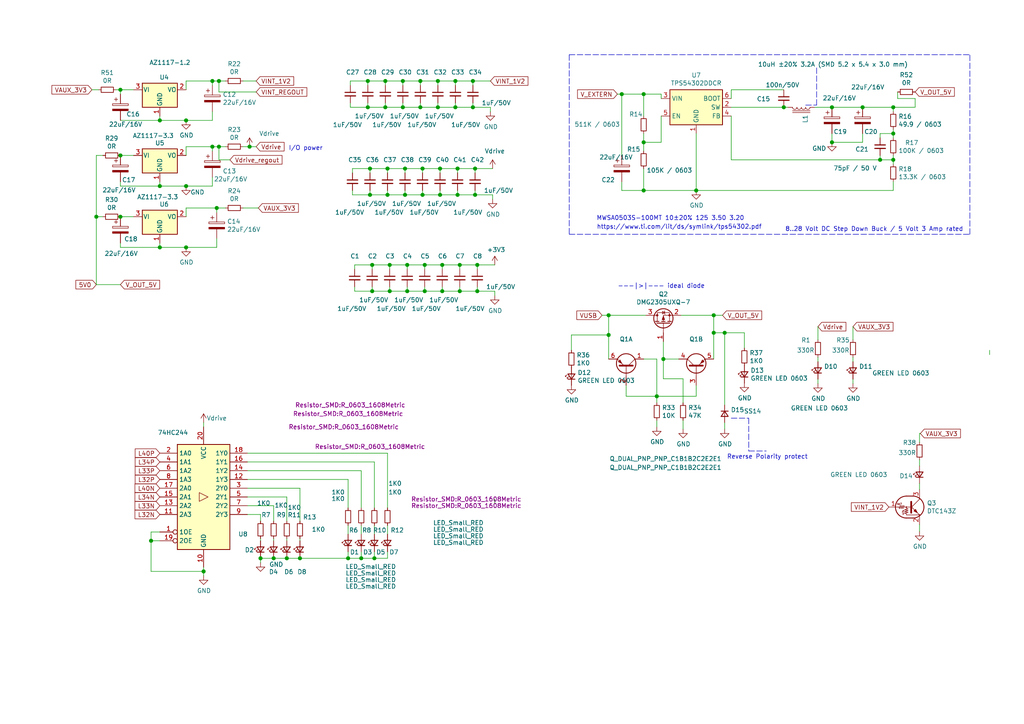
<source format=kicad_sch>
(kicad_sch (version 20210126) (generator eeschema)
  (paper "A4")
  (junction (at 27.94 62.865) (diameter 1.016))
  (junction (at 34.925 26.035) (diameter 1.016))
  (junction (at 34.925 45.085) (diameter 1.016))
  (junction (at 34.925 62.865) (diameter 1.016))
  (junction (at 43.815 156.845) (diameter 1.016))
  (junction (at 46.355 34.925) (diameter 1.016))
  (junction (at 46.355 53.975) (diameter 1.016))
  (junction (at 46.355 71.755) (diameter 1.016))
  (junction (at 53.975 34.925) (diameter 1.016))
  (junction (at 53.975 53.975) (diameter 1.016))
  (junction (at 53.975 71.755) (diameter 1.016))
  (junction (at 59.055 165.735) (diameter 1.016))
  (junction (at 61.595 23.495) (diameter 1.016))
  (junction (at 61.595 42.545) (diameter 1.016))
  (junction (at 62.865 60.325) (diameter 1.016))
  (junction (at 63.5 23.495) (diameter 1.016))
  (junction (at 63.5 42.545) (diameter 1.016))
  (junction (at 72.39 42.545) (diameter 1.016))
  (junction (at 75.565 161.925) (diameter 1.016))
  (junction (at 79.375 161.925) (diameter 1.016))
  (junction (at 83.185 161.925) (diameter 1.016))
  (junction (at 86.995 161.925) (diameter 1.016))
  (junction (at 100.965 161.925) (diameter 1.016))
  (junction (at 104.775 161.925) (diameter 1.016))
  (junction (at 106.68 23.495) (diameter 1.016))
  (junction (at 106.68 31.115) (diameter 1.016))
  (junction (at 107.315 48.895) (diameter 1.016))
  (junction (at 107.315 56.515) (diameter 1.016))
  (junction (at 107.95 76.835) (diameter 1.016))
  (junction (at 107.95 84.455) (diameter 1.016))
  (junction (at 108.585 161.925) (diameter 1.016))
  (junction (at 111.76 23.495) (diameter 1.016))
  (junction (at 111.76 31.115) (diameter 1.016))
  (junction (at 112.395 48.895) (diameter 1.016))
  (junction (at 112.395 56.515) (diameter 1.016))
  (junction (at 113.03 76.835) (diameter 1.016))
  (junction (at 113.03 84.455) (diameter 1.016))
  (junction (at 116.84 23.495) (diameter 1.016))
  (junction (at 116.84 31.115) (diameter 1.016))
  (junction (at 117.475 48.895) (diameter 1.016))
  (junction (at 117.475 56.515) (diameter 1.016))
  (junction (at 118.11 76.835) (diameter 1.016))
  (junction (at 118.11 84.455) (diameter 1.016))
  (junction (at 121.92 23.495) (diameter 1.016))
  (junction (at 121.92 31.115) (diameter 1.016))
  (junction (at 122.555 48.895) (diameter 1.016))
  (junction (at 122.555 56.515) (diameter 1.016))
  (junction (at 123.19 76.835) (diameter 1.016))
  (junction (at 123.19 84.455) (diameter 1.016))
  (junction (at 127 23.495) (diameter 1.016))
  (junction (at 127 31.115) (diameter 1.016))
  (junction (at 127.635 48.895) (diameter 1.016))
  (junction (at 127.635 56.515) (diameter 1.016))
  (junction (at 128.27 76.835) (diameter 1.016))
  (junction (at 128.27 84.455) (diameter 1.016))
  (junction (at 132.08 23.495) (diameter 1.016))
  (junction (at 132.08 31.115) (diameter 1.016))
  (junction (at 132.715 48.895) (diameter 1.016))
  (junction (at 132.715 56.515) (diameter 1.016))
  (junction (at 133.35 76.835) (diameter 1.016))
  (junction (at 133.35 84.455) (diameter 1.016))
  (junction (at 137.16 23.495) (diameter 1.016))
  (junction (at 137.16 31.115) (diameter 1.016))
  (junction (at 137.795 48.895) (diameter 1.016))
  (junction (at 137.795 56.515) (diameter 1.016))
  (junction (at 138.43 76.835) (diameter 1.016))
  (junction (at 138.43 84.455) (diameter 1.016))
  (junction (at 176.53 91.44) (diameter 1.016))
  (junction (at 176.53 97.155) (diameter 1.016))
  (junction (at 180.34 27.305) (diameter 1.016))
  (junction (at 186.69 27.305) (diameter 1.016))
  (junction (at 186.69 41.275) (diameter 1.016))
  (junction (at 186.69 55.245) (diameter 1.016))
  (junction (at 190.5 114.935) (diameter 1.016))
  (junction (at 192.405 104.14) (diameter 1.016))
  (junction (at 201.93 55.245) (diameter 1.016))
  (junction (at 207.01 91.44) (diameter 1.016))
  (junction (at 207.01 96.52) (diameter 1.016))
  (junction (at 210.185 96.52) (diameter 1.016))
  (junction (at 227.33 31.115) (diameter 1.016))
  (junction (at 241.3 31.115) (diameter 1.016))
  (junction (at 241.3 41.275) (diameter 1.016))
  (junction (at 250.19 31.115) (diameter 1.016))
  (junction (at 255.27 46.355) (diameter 1.016))
  (junction (at 259.08 31.115) (diameter 1.016))
  (junction (at 259.08 38.735) (diameter 1.016))
  (junction (at 259.08 46.355) (diameter 1.016))
  (wire (pts (xy 26.67 26.035) (xy 28.575 26.035)))
  (wire (pts (xy 27.94 45.085) (xy 29.845 45.085)))
  (wire (pts (xy 27.94 62.865) (xy 27.94 45.085)))
  (wire (pts (xy 27.94 62.865) (xy 27.94 82.55)))
  (wire (pts (xy 27.94 82.55) (xy 34.925 82.55)))
  (wire (pts (xy 29.845 62.865) (xy 27.94 62.865)))
  (wire (pts (xy 33.655 26.035) (xy 34.925 26.035)))
  (wire (pts (xy 34.925 26.035) (xy 38.735 26.035)))
  (wire (pts (xy 34.925 27.305) (xy 34.925 26.035)))
  (wire (pts (xy 34.925 34.925) (xy 46.355 34.925)))
  (wire (pts (xy 34.925 45.085) (xy 38.735 45.085)))
  (wire (pts (xy 34.925 52.705) (xy 34.925 53.975)))
  (wire (pts (xy 34.925 53.975) (xy 46.355 53.975)))
  (wire (pts (xy 34.925 62.865) (xy 38.735 62.865)))
  (wire (pts (xy 34.925 70.485) (xy 34.925 71.755)))
  (wire (pts (xy 34.925 71.755) (xy 46.355 71.755)))
  (wire (pts (xy 43.815 154.305) (xy 43.815 156.845)))
  (wire (pts (xy 43.815 156.845) (xy 43.815 165.735)))
  (wire (pts (xy 43.815 156.845) (xy 46.355 156.845)))
  (wire (pts (xy 43.815 165.735) (xy 59.055 165.735)))
  (wire (pts (xy 46.355 33.655) (xy 46.355 34.925)))
  (wire (pts (xy 46.355 34.925) (xy 53.975 34.925)))
  (wire (pts (xy 46.355 52.705) (xy 46.355 53.975)))
  (wire (pts (xy 46.355 53.975) (xy 53.975 53.975)))
  (wire (pts (xy 46.355 70.485) (xy 46.355 71.755)))
  (wire (pts (xy 46.355 71.755) (xy 53.975 71.755)))
  (wire (pts (xy 46.355 154.305) (xy 43.815 154.305)))
  (wire (pts (xy 53.975 23.495) (xy 61.595 23.495)))
  (wire (pts (xy 53.975 26.035) (xy 53.975 23.495)))
  (wire (pts (xy 53.975 34.925) (xy 61.595 34.925)))
  (wire (pts (xy 53.975 42.545) (xy 61.595 42.545)))
  (wire (pts (xy 53.975 45.085) (xy 53.975 42.545)))
  (wire (pts (xy 53.975 53.975) (xy 61.595 53.975)))
  (wire (pts (xy 53.975 60.325) (xy 62.865 60.325)))
  (wire (pts (xy 53.975 62.865) (xy 53.975 60.325)))
  (wire (pts (xy 53.975 71.755) (xy 62.865 71.755)))
  (wire (pts (xy 59.055 122.555) (xy 59.055 123.825)))
  (wire (pts (xy 59.055 165.735) (xy 59.055 164.465)))
  (wire (pts (xy 59.055 167.005) (xy 59.055 165.735)))
  (wire (pts (xy 61.595 23.495) (xy 61.595 24.765)))
  (wire (pts (xy 61.595 23.495) (xy 63.5 23.495)))
  (wire (pts (xy 61.595 34.925) (xy 61.595 32.385)))
  (wire (pts (xy 61.595 42.545) (xy 61.595 43.815)))
  (wire (pts (xy 61.595 42.545) (xy 63.5 42.545)))
  (wire (pts (xy 61.595 53.975) (xy 61.595 51.435)))
  (wire (pts (xy 62.865 60.325) (xy 62.865 61.595)))
  (wire (pts (xy 62.865 60.325) (xy 65.405 60.325)))
  (wire (pts (xy 62.865 71.755) (xy 62.865 69.215)))
  (wire (pts (xy 63.5 23.495) (xy 63.5 26.67)))
  (wire (pts (xy 63.5 23.495) (xy 65.405 23.495)))
  (wire (pts (xy 63.5 42.545) (xy 65.405 42.545)))
  (wire (pts (xy 63.5 46.355) (xy 63.5 42.545)))
  (wire (pts (xy 66.675 46.355) (xy 63.5 46.355)))
  (wire (pts (xy 70.485 23.495) (xy 74.295 23.495)))
  (wire (pts (xy 70.485 42.545) (xy 72.39 42.545)))
  (wire (pts (xy 70.485 60.325) (xy 74.93 60.325)))
  (wire (pts (xy 71.755 131.445) (xy 112.395 131.445)))
  (wire (pts (xy 71.755 133.985) (xy 108.585 133.985)))
  (wire (pts (xy 71.755 136.525) (xy 104.775 136.525)))
  (wire (pts (xy 71.755 139.065) (xy 100.965 139.065)))
  (wire (pts (xy 71.755 146.685) (xy 79.375 146.685)))
  (wire (pts (xy 72.39 42.545) (xy 74.295 42.545)))
  (wire (pts (xy 74.295 26.67) (xy 63.5 26.67)))
  (wire (pts (xy 75.565 149.225) (xy 71.755 149.225)))
  (wire (pts (xy 75.565 151.13) (xy 75.565 149.225)))
  (wire (pts (xy 75.565 156.21) (xy 75.565 156.845)))
  (wire (pts (xy 75.565 161.925) (xy 75.565 163.195)))
  (wire (pts (xy 75.565 161.925) (xy 79.375 161.925)))
  (wire (pts (xy 79.375 151.13) (xy 79.375 146.685)))
  (wire (pts (xy 79.375 156.21) (xy 79.375 156.845)))
  (wire (pts (xy 79.375 161.925) (xy 83.185 161.925)))
  (wire (pts (xy 83.185 144.145) (xy 71.755 144.145)))
  (wire (pts (xy 83.185 151.13) (xy 83.185 144.145)))
  (wire (pts (xy 83.185 156.21) (xy 83.185 156.845)))
  (wire (pts (xy 83.185 161.925) (xy 86.995 161.925)))
  (wire (pts (xy 86.995 141.605) (xy 71.755 141.605)))
  (wire (pts (xy 86.995 151.13) (xy 86.995 141.605)))
  (wire (pts (xy 86.995 156.21) (xy 86.995 156.845)))
  (wire (pts (xy 86.995 161.925) (xy 100.965 161.925)))
  (wire (pts (xy 100.965 139.065) (xy 100.965 147.32)))
  (wire (pts (xy 100.965 152.4) (xy 100.965 154.94)))
  (wire (pts (xy 100.965 160.02) (xy 100.965 161.925)))
  (wire (pts (xy 100.965 161.925) (xy 104.775 161.925)))
  (wire (pts (xy 101.6 23.495) (xy 106.68 23.495)))
  (wire (pts (xy 101.6 24.765) (xy 101.6 23.495)))
  (wire (pts (xy 101.6 29.845) (xy 101.6 31.115)))
  (wire (pts (xy 101.6 31.115) (xy 106.68 31.115)))
  (wire (pts (xy 102.235 48.895) (xy 107.315 48.895)))
  (wire (pts (xy 102.235 50.165) (xy 102.235 48.895)))
  (wire (pts (xy 102.235 55.245) (xy 102.235 56.515)))
  (wire (pts (xy 102.235 56.515) (xy 107.315 56.515)))
  (wire (pts (xy 102.87 76.835) (xy 107.95 76.835)))
  (wire (pts (xy 102.87 78.105) (xy 102.87 76.835)))
  (wire (pts (xy 102.87 83.185) (xy 102.87 84.455)))
  (wire (pts (xy 102.87 84.455) (xy 107.95 84.455)))
  (wire (pts (xy 104.775 136.525) (xy 104.775 147.32)))
  (wire (pts (xy 104.775 152.4) (xy 104.775 154.94)))
  (wire (pts (xy 104.775 160.02) (xy 104.775 161.925)))
  (wire (pts (xy 104.775 161.925) (xy 108.585 161.925)))
  (wire (pts (xy 106.68 23.495) (xy 111.76 23.495)))
  (wire (pts (xy 106.68 24.765) (xy 106.68 23.495)))
  (wire (pts (xy 106.68 29.845) (xy 106.68 31.115)))
  (wire (pts (xy 106.68 31.115) (xy 111.76 31.115)))
  (wire (pts (xy 107.315 48.895) (xy 112.395 48.895)))
  (wire (pts (xy 107.315 50.165) (xy 107.315 48.895)))
  (wire (pts (xy 107.315 55.245) (xy 107.315 56.515)))
  (wire (pts (xy 107.315 56.515) (xy 112.395 56.515)))
  (wire (pts (xy 107.95 76.835) (xy 113.03 76.835)))
  (wire (pts (xy 107.95 78.105) (xy 107.95 76.835)))
  (wire (pts (xy 107.95 83.185) (xy 107.95 84.455)))
  (wire (pts (xy 107.95 84.455) (xy 113.03 84.455)))
  (wire (pts (xy 108.585 147.32) (xy 108.585 133.985)))
  (wire (pts (xy 108.585 152.4) (xy 108.585 154.94)))
  (wire (pts (xy 108.585 160.02) (xy 108.585 161.925)))
  (wire (pts (xy 108.585 161.925) (xy 112.395 161.925)))
  (wire (pts (xy 111.76 23.495) (xy 116.84 23.495)))
  (wire (pts (xy 111.76 24.765) (xy 111.76 23.495)))
  (wire (pts (xy 111.76 29.845) (xy 111.76 31.115)))
  (wire (pts (xy 111.76 31.115) (xy 116.84 31.115)))
  (wire (pts (xy 112.395 48.895) (xy 117.475 48.895)))
  (wire (pts (xy 112.395 50.165) (xy 112.395 48.895)))
  (wire (pts (xy 112.395 55.245) (xy 112.395 56.515)))
  (wire (pts (xy 112.395 56.515) (xy 117.475 56.515)))
  (wire (pts (xy 112.395 131.445) (xy 112.395 147.32)))
  (wire (pts (xy 112.395 152.4) (xy 112.395 154.94)))
  (wire (pts (xy 112.395 160.02) (xy 112.395 161.925)))
  (wire (pts (xy 113.03 76.835) (xy 118.11 76.835)))
  (wire (pts (xy 113.03 78.105) (xy 113.03 76.835)))
  (wire (pts (xy 113.03 83.185) (xy 113.03 84.455)))
  (wire (pts (xy 113.03 84.455) (xy 118.11 84.455)))
  (wire (pts (xy 116.84 23.495) (xy 121.92 23.495)))
  (wire (pts (xy 116.84 24.765) (xy 116.84 23.495)))
  (wire (pts (xy 116.84 29.845) (xy 116.84 31.115)))
  (wire (pts (xy 116.84 31.115) (xy 121.92 31.115)))
  (wire (pts (xy 117.475 48.895) (xy 122.555 48.895)))
  (wire (pts (xy 117.475 50.165) (xy 117.475 48.895)))
  (wire (pts (xy 117.475 55.245) (xy 117.475 56.515)))
  (wire (pts (xy 117.475 56.515) (xy 122.555 56.515)))
  (wire (pts (xy 118.11 76.835) (xy 123.19 76.835)))
  (wire (pts (xy 118.11 78.105) (xy 118.11 76.835)))
  (wire (pts (xy 118.11 83.185) (xy 118.11 84.455)))
  (wire (pts (xy 118.11 84.455) (xy 123.19 84.455)))
  (wire (pts (xy 121.92 23.495) (xy 127 23.495)))
  (wire (pts (xy 121.92 24.765) (xy 121.92 23.495)))
  (wire (pts (xy 121.92 29.845) (xy 121.92 31.115)))
  (wire (pts (xy 121.92 31.115) (xy 127 31.115)))
  (wire (pts (xy 122.555 48.895) (xy 127.635 48.895)))
  (wire (pts (xy 122.555 50.165) (xy 122.555 48.895)))
  (wire (pts (xy 122.555 55.245) (xy 122.555 56.515)))
  (wire (pts (xy 122.555 56.515) (xy 127.635 56.515)))
  (wire (pts (xy 123.19 76.835) (xy 128.27 76.835)))
  (wire (pts (xy 123.19 78.105) (xy 123.19 76.835)))
  (wire (pts (xy 123.19 83.185) (xy 123.19 84.455)))
  (wire (pts (xy 123.19 84.455) (xy 128.27 84.455)))
  (wire (pts (xy 127 23.495) (xy 132.08 23.495)))
  (wire (pts (xy 127 24.765) (xy 127 23.495)))
  (wire (pts (xy 127 29.845) (xy 127 31.115)))
  (wire (pts (xy 127 31.115) (xy 132.08 31.115)))
  (wire (pts (xy 127.635 48.895) (xy 132.715 48.895)))
  (wire (pts (xy 127.635 50.165) (xy 127.635 48.895)))
  (wire (pts (xy 127.635 55.245) (xy 127.635 56.515)))
  (wire (pts (xy 127.635 56.515) (xy 132.715 56.515)))
  (wire (pts (xy 128.27 76.835) (xy 133.35 76.835)))
  (wire (pts (xy 128.27 78.105) (xy 128.27 76.835)))
  (wire (pts (xy 128.27 83.185) (xy 128.27 84.455)))
  (wire (pts (xy 128.27 84.455) (xy 133.35 84.455)))
  (wire (pts (xy 132.08 23.495) (xy 137.16 23.495)))
  (wire (pts (xy 132.08 24.765) (xy 132.08 23.495)))
  (wire (pts (xy 132.08 29.845) (xy 132.08 31.115)))
  (wire (pts (xy 132.08 31.115) (xy 137.16 31.115)))
  (wire (pts (xy 132.715 48.895) (xy 137.795 48.895)))
  (wire (pts (xy 132.715 50.165) (xy 132.715 48.895)))
  (wire (pts (xy 132.715 55.245) (xy 132.715 56.515)))
  (wire (pts (xy 132.715 56.515) (xy 137.795 56.515)))
  (wire (pts (xy 133.35 76.835) (xy 138.43 76.835)))
  (wire (pts (xy 133.35 78.105) (xy 133.35 76.835)))
  (wire (pts (xy 133.35 83.185) (xy 133.35 84.455)))
  (wire (pts (xy 133.35 84.455) (xy 138.43 84.455)))
  (wire (pts (xy 137.16 23.495) (xy 137.16 24.765)))
  (wire (pts (xy 137.16 23.495) (xy 142.24 23.495)))
  (wire (pts (xy 137.16 31.115) (xy 137.16 29.845)))
  (wire (pts (xy 137.16 31.115) (xy 142.24 31.115)))
  (wire (pts (xy 137.795 48.895) (xy 137.795 50.165)))
  (wire (pts (xy 137.795 48.895) (xy 142.875 48.895)))
  (wire (pts (xy 137.795 56.515) (xy 137.795 55.245)))
  (wire (pts (xy 137.795 56.515) (xy 142.875 56.515)))
  (wire (pts (xy 138.43 76.835) (xy 138.43 78.105)))
  (wire (pts (xy 138.43 76.835) (xy 143.51 76.835)))
  (wire (pts (xy 138.43 84.455) (xy 138.43 83.185)))
  (wire (pts (xy 138.43 84.455) (xy 143.51 84.455)))
  (wire (pts (xy 142.24 31.115) (xy 142.24 32.385)))
  (wire (pts (xy 142.875 56.515) (xy 142.875 57.785)))
  (wire (pts (xy 143.51 84.455) (xy 143.51 85.725)))
  (wire (pts (xy 143.51 144.78) (xy 143.51 146.05)))
  (wire (pts (xy 165.735 97.155) (xy 176.53 97.155)))
  (wire (pts (xy 165.735 101.6) (xy 165.735 97.155)))
  (wire (pts (xy 174.625 91.44) (xy 176.53 91.44)))
  (wire (pts (xy 176.53 91.44) (xy 176.53 97.155)))
  (wire (pts (xy 176.53 91.44) (xy 187.325 91.44)))
  (wire (pts (xy 176.53 97.155) (xy 176.53 104.14)))
  (wire (pts (xy 179.07 27.305) (xy 180.34 27.305)))
  (wire (pts (xy 180.34 27.305) (xy 180.34 45.085)))
  (wire (pts (xy 180.34 27.305) (xy 186.69 27.305)))
  (wire (pts (xy 180.34 52.705) (xy 180.34 55.245)))
  (wire (pts (xy 180.34 55.245) (xy 186.69 55.245)))
  (wire (pts (xy 181.61 111.76) (xy 181.61 114.935)))
  (wire (pts (xy 186.69 27.305) (xy 186.69 33.655)))
  (wire (pts (xy 186.69 27.305) (xy 191.77 27.305)))
  (wire (pts (xy 186.69 38.735) (xy 186.69 41.275)))
  (wire (pts (xy 186.69 41.275) (xy 186.69 43.815)))
  (wire (pts (xy 186.69 41.275) (xy 191.77 41.275)))
  (wire (pts (xy 186.69 55.245) (xy 186.69 48.895)))
  (wire (pts (xy 186.69 55.245) (xy 201.93 55.245)))
  (wire (pts (xy 186.69 104.14) (xy 190.5 104.14)))
  (wire (pts (xy 190.5 104.14) (xy 190.5 114.935)))
  (wire (pts (xy 190.5 114.935) (xy 181.61 114.935)))
  (wire (pts (xy 190.5 114.935) (xy 190.5 116.84)))
  (wire (pts (xy 190.5 121.92) (xy 190.5 123.825)))
  (wire (pts (xy 191.77 27.305) (xy 191.77 28.575)))
  (wire (pts (xy 191.77 33.655) (xy 191.77 41.275)))
  (wire (pts (xy 192.405 99.06) (xy 192.405 104.14)))
  (wire (pts (xy 192.405 104.14) (xy 196.85 104.14)))
  (wire (pts (xy 192.405 109.855) (xy 192.405 104.14)))
  (wire (pts (xy 197.485 91.44) (xy 207.01 91.44)))
  (wire (pts (xy 198.12 109.855) (xy 192.405 109.855)))
  (wire (pts (xy 198.12 116.84) (xy 198.12 109.855)))
  (wire (pts (xy 198.12 121.92) (xy 198.12 124.46)))
  (wire (pts (xy 201.93 38.735) (xy 201.93 55.245)))
  (wire (pts (xy 201.93 55.245) (xy 259.08 55.245)))
  (wire (pts (xy 201.93 111.76) (xy 201.93 114.935)))
  (wire (pts (xy 201.93 114.935) (xy 190.5 114.935)))
  (wire (pts (xy 207.01 91.44) (xy 207.01 96.52)))
  (wire (pts (xy 207.01 91.44) (xy 209.55 91.44)))
  (wire (pts (xy 207.01 96.52) (xy 207.01 104.14)))
  (wire (pts (xy 210.185 96.52) (xy 207.01 96.52)))
  (wire (pts (xy 210.185 96.52) (xy 210.185 117.475)))
  (wire (pts (xy 210.185 122.555) (xy 210.185 124.46)))
  (wire (pts (xy 212.09 26.035) (xy 227.33 26.035)))
  (wire (pts (xy 212.09 28.575) (xy 212.09 26.035)))
  (wire (pts (xy 212.09 31.115) (xy 227.33 31.115)))
  (wire (pts (xy 212.09 33.655) (xy 212.09 46.355)))
  (wire (pts (xy 212.09 46.355) (xy 255.27 46.355)))
  (wire (pts (xy 215.9 96.52) (xy 210.185 96.52)))
  (wire (pts (xy 215.9 100.965) (xy 215.9 96.52)))
  (wire (pts (xy 227.33 31.115) (xy 228.6 31.115)))
  (wire (pts (xy 236.22 31.115) (xy 241.3 31.115)))
  (wire (pts (xy 237.236 94.742) (xy 237.236 98.552)))
  (wire (pts (xy 237.236 103.632) (xy 237.236 104.902)))
  (wire (pts (xy 237.236 109.982) (xy 237.236 111.252)))
  (wire (pts (xy 241.3 31.115) (xy 250.19 31.115)))
  (wire (pts (xy 241.3 38.735) (xy 241.3 41.275)))
  (wire (pts (xy 241.3 41.275) (xy 250.19 41.275)))
  (wire (pts (xy 247.396 94.742) (xy 247.396 98.552)))
  (wire (pts (xy 247.396 103.632) (xy 247.396 104.902)))
  (wire (pts (xy 247.396 109.982) (xy 247.396 111.252)))
  (wire (pts (xy 250.19 31.115) (xy 259.08 31.115)))
  (wire (pts (xy 250.19 38.735) (xy 250.19 41.275)))
  (wire (pts (xy 255.27 38.735) (xy 259.08 38.735)))
  (wire (pts (xy 255.27 40.005) (xy 255.27 38.735)))
  (wire (pts (xy 255.27 45.085) (xy 255.27 46.355)))
  (wire (pts (xy 255.27 46.355) (xy 259.08 46.355)))
  (wire (pts (xy 259.08 31.115) (xy 265.43 31.115)))
  (wire (pts (xy 259.08 32.385) (xy 259.08 31.115)))
  (wire (pts (xy 259.08 37.465) (xy 259.08 38.735)))
  (wire (pts (xy 259.08 38.735) (xy 259.08 40.005)))
  (wire (pts (xy 259.08 45.085) (xy 259.08 46.355)))
  (wire (pts (xy 259.08 46.355) (xy 259.08 47.625)))
  (wire (pts (xy 259.08 52.705) (xy 259.08 55.245)))
  (wire (pts (xy 260.35 26.67) (xy 260.35 28.575)))
  (wire (pts (xy 260.35 28.575) (xy 265.43 28.575)))
  (wire (pts (xy 265.43 28.575) (xy 265.43 31.115)))
  (wire (pts (xy 266.7 125.73) (xy 266.954 125.73)))
  (wire (pts (xy 266.7 128.27) (xy 266.7 125.73)))
  (wire (pts (xy 266.7 133.35) (xy 266.7 135.128)))
  (wire (pts (xy 266.7 140.208) (xy 266.7 141.986)))
  (wire (pts (xy 266.7 152.146) (xy 266.7 154.178)))
  (wire (pts (xy 287.02 101.6) (xy 287.02 102.87)))
  (polyline (pts (xy 165.1 15.875) (xy 165.1 67.945)) (stroke (width 0) (type dash)))
  (polyline (pts (xy 165.1 15.875) (xy 281.305 15.875)) (stroke (width 0) (type dash)))
  (polyline (pts (xy 165.1 67.945) (xy 281.305 67.945)) (stroke (width 0) (type dash)))
  (polyline (pts (xy 212.09 121.285) (xy 217.17 121.285)) (stroke (width 0) (type dash)))
  (polyline (pts (xy 217.17 121.285) (xy 217.17 130.81)) (stroke (width 0) (type dash)))
  (polyline (pts (xy 217.17 130.81) (xy 222.25 130.81)) (stroke (width 0) (type dash)))
  (polyline (pts (xy 233.68 30.48) (xy 236.855 30.48)) (stroke (width 0) (type dash)))
  (polyline (pts (xy 236.855 19.685) (xy 236.855 30.48)) (stroke (width 0) (type dash)))
  (polyline (pts (xy 281.305 67.945) (xy 281.305 15.875)) (stroke (width 0) (type dash)))
  (text "I/O power " (at 94.615 43.815 180) (effects (font (size 1.27 1.27)) (justify right bottom)))
  (text "---|>|--- ideal diode" (at 204.47 83.82 180) (effects (font (size 1.27 1.27)) (justify right bottom)))
  (text "MWSA0503S-100MT 10±20% 125 3.50 3.20" (at 215.9 64.135 180) (effects (font (size 1.27 1.27)) (justify right bottom)))
  (text "https://www.ti.com/lit/ds/symlink/tps54302.pdf" (at 220.98 66.675 180) (effects (font (size 1.27 1.27)) (justify right bottom)))
  (text "Reverse Polarity protect\n" (at 234.315 133.35 180) (effects (font (size 1.27 1.27)) (justify right bottom)))
  (text "8..28 Volt DC Step Down Buck / 5 Volt 3 Amp rated" (at 279.4 67.31 180) (effects (font (size 1.27 1.27)) (justify right bottom)))
  (global_label "VAUX_3V3" (shape input) (at 26.67 26.035 180) (property "Intersheet References" "${INTERSHEET_REFS}" (effects hide)))
  (global_label "5V0" (shape input) (at 27.94 82.55 180) (property "Intersheet References" "${INTERSHEET_REFS}" (effects hide)))
  (global_label "V_OUT_5V" (shape input) (at 34.925 82.55 0) (property "Intersheet References" "${INTERSHEET_REFS}" (effects hide)))
  (global_label "L40P" (shape input) (at 46.355 131.445 180) (property "Intersheet References" "${INTERSHEET_REFS}" (effects hide)))
  (global_label "L34P" (shape input) (at 46.355 133.985 180) (property "Intersheet References" "${INTERSHEET_REFS}" (effects hide)))
  (global_label "L33P" (shape input) (at 46.355 136.525 180) (property "Intersheet References" "${INTERSHEET_REFS}" (effects hide)))
  (global_label "L32P" (shape input) (at 46.355 139.065 180) (property "Intersheet References" "${INTERSHEET_REFS}" (effects hide)))
  (global_label "L40N" (shape input) (at 46.355 141.605 180) (property "Intersheet References" "${INTERSHEET_REFS}" (effects hide)))
  (global_label "L34N" (shape input) (at 46.355 144.145 180) (property "Intersheet References" "${INTERSHEET_REFS}" (effects hide)))
  (global_label "L33N" (shape input) (at 46.355 146.685 180) (property "Intersheet References" "${INTERSHEET_REFS}" (effects hide)))
  (global_label "L32N" (shape input) (at 46.355 149.225 180) (property "Intersheet References" "${INTERSHEET_REFS}" (effects hide)))
  (global_label "Vdrive_regout" (shape input) (at 66.675 46.355 0) (property "Intersheet References" "${INTERSHEET_REFS}" (effects hide)))
  (global_label "VINT_1V2" (shape input) (at 74.295 23.495 0) (property "Intersheet References" "${INTERSHEET_REFS}" (effects hide)))
  (global_label "VINT_REGOUT" (shape input) (at 74.295 26.67 0) (property "Intersheet References" "${INTERSHEET_REFS}" (effects hide)))
  (global_label "Vdrive" (shape input) (at 74.295 42.545 0) (property "Intersheet References" "${INTERSHEET_REFS}" (effects hide)))
  (global_label "VAUX_3V3" (shape input) (at 74.93 60.325 0) (property "Intersheet References" "${INTERSHEET_REFS}" (effects hide)))
  (global_label "VINT_1V2" (shape input) (at 142.24 23.495 0) (property "Intersheet References" "${INTERSHEET_REFS}" (effects hide)))
  (global_label "VUSB" (shape input) (at 174.625 91.44 180) (property "Intersheet References" "${INTERSHEET_REFS}" (effects hide)))
  (global_label "V_EXTERN" (shape input) (at 179.07 27.305 180) (property "Intersheet References" "${INTERSHEET_REFS}" (effects hide)))
  (global_label "V_OUT_5V" (shape input) (at 209.55 91.44 0) (property "Intersheet References" "${INTERSHEET_REFS}" (effects hide)))
  (global_label "Vdrive" (shape input) (at 237.236 94.742 0) (property "Intersheet References" "${INTERSHEET_REFS}" (effects hide)))
  (global_label "VAUX_3V3" (shape input) (at 247.396 94.742 0) (property "Intersheet References" "${INTERSHEET_REFS}" (effects hide)))
  (global_label "VINT_1V2" (shape input) (at 257.81 147.066 180) (property "Intersheet References" "${INTERSHEET_REFS}" (effects hide)))
  (global_label "V_OUT_5V" (shape input) (at 265.43 26.67 0) (property "Intersheet References" "${INTERSHEET_REFS}" (effects hide)))
  (global_label "VAUX_3V3" (shape input) (at 266.954 125.73 0) (property "Intersheet References" "${INTERSHEET_REFS}" (effects hide)))
  (symbol (lib_id "power:Vdrive") (at 59.055 122.555 0) (unit 1)
    (property "Reference" "#PWR0108" (effects hide))
    (property "Value" "Vdrive" (at 62.865 121.285 0))
  )
  (symbol (lib_id "power:Vdrive") (at 72.39 42.545 0) (unit 1)
    (property "Reference" "#PWR0103" (effects hide))
    (property "Value" "Vdrive" (at 78.105 38.735 0))
  )
  (symbol (lib_id "power:Vdrive") (at 142.875 48.895 0) (unit 1)
    (property "Reference" "#PWR0127" (effects hide))
    (property "Value" "Vdrive" (at 143.51 43.815 0))
  )
  (symbol (lib_id "power:+3.3V") (at 143.51 76.835 0) (unit 1)
    (property "Reference" "#PWR0114" (effects hide))
    (property "Value" "+3.3V" (at 143.891 72.4408 0))
  )
  (symbol (lib_id "power:GND") (at 53.975 34.925 0) (unit 1)
    (property "Reference" "#PWR0107" (effects hide))
    (property "Value" "GND" (at 54.0893 39.2494 0))
  )
  (symbol (lib_id "power:GND") (at 53.975 53.975 0) (unit 1)
    (property "Reference" "#PWR0105" (effects hide))
    (property "Value" "GND" (at 57.2643 55.7594 0))
  )
  (symbol (lib_id "power:GND") (at 53.975 71.755 0) (unit 1)
    (property "Reference" "#PWR0106" (effects hide))
    (property "Value" "GND" (at 54.0893 76.0794 0))
  )
  (symbol (lib_id "power:GND") (at 59.055 167.005 0) (unit 1)
    (property "Reference" "#PWR0111" (effects hide))
    (property "Value" "GND" (at 59.1693 171.3294 0))
  )
  (symbol (lib_id "power:GND") (at 75.565 163.195 0) (unit 1)
    (property "Reference" "#PWR0104" (effects hide))
    (property "Value" "GND" (at 80.1243 163.7094 0))
  )
  (symbol (lib_id "power:GND") (at 142.24 32.385 0) (unit 1)
    (property "Reference" "#PWR0125" (effects hide))
    (property "Value" "GND" (at 142.367 36.7792 0))
  )
  (symbol (lib_id "power:GND") (at 142.875 57.785 0) (unit 1)
    (property "Reference" "#PWR0128" (effects hide))
    (property "Value" "GND" (at 143.002 62.1792 0))
  )
  (symbol (lib_id "power:GND") (at 143.51 85.725 0) (unit 1)
    (property "Reference" "#PWR0129" (effects hide))
    (property "Value" "GND" (at 143.637 90.1192 0))
  )
  (symbol (lib_id "power:GND") (at 165.735 111.76 0) (unit 1)
    (property "Reference" "#PWR0130" (effects hide))
    (property "Value" "GND" (at 165.8493 116.0844 0))
  )
  (symbol (lib_id "power:GND") (at 190.5 123.825 0) (unit 1)
    (property "Reference" "#PWR0120" (effects hide))
    (property "Value" "GND" (at 190.6143 128.1494 0))
  )
  (symbol (lib_id "power:GND") (at 198.12 124.46 0) (unit 1)
    (property "Reference" "#PWR0121" (effects hide))
    (property "Value" "GND" (at 198.2343 128.7844 0))
  )
  (symbol (lib_id "power:GND") (at 201.93 55.245 0) (unit 1)
    (property "Reference" "#PWR0112" (effects hide))
    (property "Value" "GND" (at 202.0443 59.5694 0))
  )
  (symbol (lib_id "power:GND") (at 210.185 124.46 0) (unit 1)
    (property "Reference" "#PWR0146" (effects hide))
    (property "Value" "GND" (at 210.2993 128.7844 0))
  )
  (symbol (lib_id "power:GND") (at 215.9 111.125 0) (unit 1)
    (property "Reference" "#PWR0131" (effects hide))
    (property "Value" "GND" (at 216.0143 115.4494 0))
  )
  (symbol (lib_id "power:GND") (at 237.236 111.252 0) (unit 1)
    (property "Reference" "#PWR0132" (effects hide))
    (property "Value" "GND" (at 237.3503 115.5764 0))
  )
  (symbol (lib_id "power:GND") (at 241.3 41.275 0) (unit 1)
    (property "Reference" "#PWR0110" (effects hide))
    (property "Value" "GND" (at 237.6043 43.0594 0))
  )
  (symbol (lib_id "power:GND") (at 247.396 111.252 0) (unit 1)
    (property "Reference" "#PWR0133" (effects hide))
    (property "Value" "GND" (at 247.5103 115.5764 0))
  )
  (symbol (lib_id "power:GND") (at 266.7 154.178 0) (unit 1)
    (property "Reference" "#PWR0134" (effects hide))
    (property "Value" "GND" (at 266.8143 158.5024 0))
  )
  (symbol (lib_id "Device:R_Small") (at 31.115 26.035 90) (unit 1)
    (property "Reference" "R51" (at 31.115 21.0882 90))
    (property "Value" "0R" (at 31.115 23.3869 90))
    (property "Footprint" "Resistor_SMD:R_0603_1608Metric" (effects hide))
    (property "Datasheet" "https://datasheet.lcsc.com/szlcsc/Uniroyal-Elec-0603WAF0000T5E_C21189.pdf" (effects hide))
    (property "LCSC" "C21189" (effects hide))
  )
  (symbol (lib_id "Device:R_Small") (at 32.385 45.085 90) (unit 1)
    (property "Reference" "R29" (at 32.385 40.1382 90))
    (property "Value" "0R" (at 32.385 42.4369 90))
    (property "Footprint" "Resistor_SMD:R_0603_1608Metric" (effects hide))
    (property "Datasheet" "https://datasheet.lcsc.com/szlcsc/Uniroyal-Elec-0603WAF0000T5E_C21189.pdf" (effects hide))
    (property "LCSC" "C21189" (effects hide))
  )
  (symbol (lib_id "Device:R_Small") (at 32.385 62.865 90) (unit 1)
    (property "Reference" "R30" (at 32.385 57.9182 90))
    (property "Value" "0R" (at 32.385 60.2169 90))
    (property "Footprint" "Resistor_SMD:R_0603_1608Metric" (effects hide))
    (property "Datasheet" "https://datasheet.lcsc.com/szlcsc/Uniroyal-Elec-0603WAF0000T5E_C21189.pdf" (effects hide))
    (property "LCSC" "C21189" (effects hide))
  )
  (symbol (lib_id "Device:R_Small") (at 67.945 23.495 90) (unit 1)
    (property "Reference" "R22" (at 67.945 18.5482 90))
    (property "Value" "0R" (at 67.945 20.8469 90))
    (property "Footprint" "Resistor_SMD:R_0603_1608Metric" (effects hide))
    (property "Datasheet" "https://datasheet.lcsc.com/szlcsc/Uniroyal-Elec-0603WAF0000T5E_C21189.pdf" (effects hide))
    (property "LCSC" "C21189" (effects hide))
  )
  (symbol (lib_id "Device:R_Small") (at 67.945 42.545 90) (unit 1)
    (property "Reference" "R23" (at 67.945 37.5982 90))
    (property "Value" "0R" (at 67.945 39.8969 90))
    (property "Footprint" "Resistor_SMD:R_0603_1608Metric" (effects hide))
    (property "Datasheet" "https://datasheet.lcsc.com/szlcsc/Uniroyal-Elec-0603WAF0000T5E_C21189.pdf" (effects hide))
    (property "LCSC" "C21189" (effects hide))
  )
  (symbol (lib_id "Device:R_Small") (at 67.945 60.325 90) (unit 1)
    (property "Reference" "R24" (at 67.945 55.3782 90))
    (property "Value" "0R" (at 67.945 57.6769 90))
    (property "Footprint" "Resistor_SMD:R_0603_1608Metric" (effects hide))
    (property "Datasheet" "https://datasheet.lcsc.com/szlcsc/Uniroyal-Elec-0603WAF0000T5E_C21189.pdf" (effects hide))
    (property "LCSC" "C21189" (effects hide))
  )
  (symbol (lib_id "Device:R_Small") (at 75.565 153.67 0) (unit 1)
    (property "Reference" "R7" (at 75.7937 149.3456 0) (effects (justify left)))
    (property "Value" "1K0" (at 74.5237 145.9293 0) (effects (justify left)))
    (property "Footprint" "Resistor_SMD:R_0603_1608Metric" (at 101.6 117.475 0))
    (property "Datasheet" "https://datasheet.lcsc.com/szlcsc/Uniroyal-Elec-0603WAF1001T5E_C21190.pdf" (effects hide))
    (property "LCSC" "C21190" (effects hide))
  )
  (symbol (lib_id "Device:R_Small") (at 79.375 153.67 0) (unit 1)
    (property "Reference" "R9" (at 80.2387 149.3456 0) (effects (justify left)))
    (property "Value" "1K0" (at 79.6037 146.5643 0) (effects (justify left)))
    (property "Footprint" "Resistor_SMD:R_0603_1608Metric" (at 100.965 120.015 0))
    (property "Datasheet" "https://datasheet.lcsc.com/szlcsc/Uniroyal-Elec-0603WAF1001T5E_C21190.pdf" (effects hide))
    (property "LCSC" "C21190" (effects hide))
  )
  (symbol (lib_id "Device:R_Small") (at 83.185 153.67 0) (unit 1)
    (property "Reference" "R11" (at 83.4137 149.3456 0) (effects (justify left)))
    (property "Value" "1K0" (at 83.4137 147.1993 0) (effects (justify left)))
    (property "Footprint" "Resistor_SMD:R_0603_1608Metric" (at 99.695 123.825 0))
    (property "Datasheet" "https://datasheet.lcsc.com/szlcsc/Uniroyal-Elec-0603WAF1001T5E_C21190.pdf" (effects hide))
    (property "LCSC" "C21190" (effects hide))
  )
  (symbol (lib_id "Device:R_Small") (at 86.995 153.67 0) (unit 1)
    (property "Reference" "R13" (at 87.8587 149.9806 0) (effects (justify left)))
    (property "Value" "1K0" (at 90.3987 153.5493 0) (effects (justify left)))
    (property "Footprint" "Resistor_SMD:R_0603_1608Metric" (at 107.315 129.54 0))
    (property "Datasheet" "https://datasheet.lcsc.com/szlcsc/Uniroyal-Elec-0603WAF1001T5E_C21190.pdf" (effects hide))
    (property "LCSC" "C21190" (effects hide))
  )
  (symbol (lib_id "Device:R_Small") (at 100.965 149.86 0) (unit 1)
    (property "Reference" "R6" (at 101.1937 153.7906 0) (effects (justify left)))
    (property "Value" "1K0" (at 96.1137 142.7543 0) (effects (justify left)))
    (property "Footprint" "Resistor_SMD:R_0603_1608Metric" (effects hide))
    (property "Datasheet" "https://datasheet.lcsc.com/szlcsc/Uniroyal-Elec-0603WAF1001T5E_C21190.pdf" (effects hide))
    (property "LCSC" "C21190" (effects hide))
  )
  (symbol (lib_id "Device:R_Small") (at 104.775 149.86 0) (unit 1)
    (property "Reference" "R8" (at 105.0037 153.7906 0) (effects (justify left)))
    (property "Value" "1K0" (at 96.1137 144.6593 0) (effects (justify left)))
    (property "Footprint" "Resistor_SMD:R_0603_1608Metric" (effects hide))
    (property "Datasheet" "https://datasheet.lcsc.com/szlcsc/Uniroyal-Elec-0603WAF1001T5E_C21190.pdf" (effects hide))
    (property "LCSC" "C21190" (effects hide))
  )
  (symbol (lib_id "Device:R_Small") (at 108.585 149.86 0) (unit 1)
    (property "Reference" "R10" (at 108.1787 153.7906 0) (effects (justify left)))
    (property "Value" "1K0" (at 112.6237 140.2143 0) (effects (justify left)))
    (property "Footprint" "Resistor_SMD:R_0603_1608Metric" (at 135.255 144.78 0))
    (property "Datasheet" "https://datasheet.lcsc.com/szlcsc/Uniroyal-Elec-0603WAF1001T5E_C21190.pdf" (effects hide))
    (property "LCSC" "C21190" (effects hide))
  )
  (symbol (lib_id "Device:R_Small") (at 112.395 149.86 0) (unit 1)
    (property "Reference" "R12" (at 113.2587 153.7906 0) (effects (justify left)))
    (property "Value" "1K0" (at 112.6237 142.7543 0) (effects (justify left)))
    (property "Footprint" "Resistor_SMD:R_0603_1608Metric" (at 135.255 146.685 0))
    (property "Datasheet" "https://datasheet.lcsc.com/szlcsc/Uniroyal-Elec-0603WAF1001T5E_C21190.pdf" (effects hide))
    (property "LCSC" "C21190" (effects hide))
  )
  (symbol (lib_id "Device:R_Small") (at 165.735 104.14 0) (unit 1)
    (property "Reference" "R36" (at 167.2337 102.9906 0) (effects (justify left)))
    (property "Value" "1K0" (at 167.2337 105.2893 0) (effects (justify left)))
    (property "Footprint" "Resistor_SMD:R_0603_1608Metric" (effects hide))
    (property "Datasheet" "https://datasheet.lcsc.com/szlcsc/Uniroyal-Elec-0603WAF1001T5E_C21190.pdf" (effects hide))
    (property "LCSC" "C21190" (effects hide))
  )
  (symbol (lib_id "Device:R_Small") (at 186.69 36.195 0) (unit 1)
    (property "Reference" "R14" (at 182.4737 33.1406 0) (effects (justify left)))
    (property "Value" "511K / 0603" (at 166.599 36.074 0) (effects (justify left)))
    (property "Footprint" "Resistor_SMD:R_0603_1608Metric" (effects hide))
    (property "Datasheet" "https://datasheet.lcsc.com/szlcsc/Uniroyal-Elec-0603WAF5113T5E_C23194.pdf" (effects hide))
    (property "LCSC" "C23194" (effects hide))
  )
  (symbol (lib_id "Device:R_Small") (at 186.69 46.355 0) (unit 1)
    (property "Reference" "R15" (at 181.8387 43.3006 0) (effects (justify left)))
    (property "Value" "105K / 0603" (at 187.554 49.409 0) (effects (justify left)))
    (property "Footprint" "Resistor_SMD:R_0603_1608Metric" (effects hide))
    (property "Datasheet" "https://datasheet.lcsc.com/szlcsc/1811151640_UNI-ROYAL-Uniroyal-Elec-0603WAF1053T5E_C16840.pdf" (effects hide))
    (property "LCSC" "C16840" (effects hide))
  )
  (symbol (lib_id "Device:R_Small") (at 190.5 119.38 0) (unit 1)
    (property "Reference" "R33" (at 191.9987 118.2306 0) (effects (justify left)))
    (property "Value" "10K" (at 191.9987 120.5293 0) (effects (justify left)))
    (property "Footprint" "Resistor_SMD:R_0603_1608Metric" (effects hide))
    (property "Datasheet" "https://datasheet.lcsc.com/szlcsc/Uniroyal-Elec-0603WAF1002T5E_C25804.pdf" (effects hide))
    (property "LCSC" "C25804" (effects hide))
  )
  (symbol (lib_id "Device:R_Small") (at 198.12 119.38 0) (unit 1)
    (property "Reference" "R34" (at 199.6187 118.2306 0) (effects (justify left)))
    (property "Value" "47K" (at 199.619 120.529 0) (effects (justify left)))
    (property "Footprint" "Resistor_SMD:R_0603_1608Metric" (effects hide))
    (property "Datasheet" "https://datasheet.lcsc.com/szlcsc/Uniroyal-Elec-0603WAF4702T5E_C25819.pdf" (effects hide))
    (property "LCSC" "C25819" (effects hide))
  )
  (symbol (lib_id "Device:R_Small") (at 215.9 103.505 0) (unit 1)
    (property "Reference" "R37" (at 217.3987 102.3556 0) (effects (justify left)))
    (property "Value" "1K0" (at 217.3987 104.6543 0) (effects (justify left)))
    (property "Footprint" "Resistor_SMD:R_0603_1608Metric" (effects hide))
    (property "Datasheet" "https://datasheet.lcsc.com/szlcsc/Uniroyal-Elec-0603WAF1001T5E_C21190.pdf" (effects hide))
    (property "LCSC" "C21190" (effects hide))
  )
  (symbol (lib_id "Device:R_Small") (at 237.236 101.092 0) (unit 1)
    (property "Reference" "R1" (at 232.3846 98.6536 0) (effects (justify left)))
    (property "Value" "330R" (at 231.115 101.6 0) (effects (justify left)))
    (property "Footprint" "Resistor_SMD:R_0603_1608Metric" (effects hide))
    (property "Datasheet" "https://datasheet.lcsc.com/szlcsc/Uniroyal-Elec-0603WAF3300T5E_C23138.pdf" (effects hide))
    (property "LCSC" "C23138" (effects hide))
  )
  (symbol (lib_id "Device:R_Small") (at 247.396 101.092 0) (unit 1)
    (property "Reference" "R35" (at 242.5446 98.6536 0) (effects (justify left)))
    (property "Value" "330R" (at 241.275 101.6 0) (effects (justify left)))
    (property "Footprint" "Resistor_SMD:R_0603_1608Metric" (effects hide))
    (property "Datasheet" "https://datasheet.lcsc.com/szlcsc/Uniroyal-Elec-0603WAF3300T5E_C23138.pdf" (effects hide))
    (property "LCSC" "C23138" (effects hide))
  )
  (symbol (lib_id "Device:R_Small") (at 259.08 34.925 0) (unit 1)
    (property "Reference" "R16" (at 260.5787 33.7756 0) (effects (justify left)))
    (property "Value" "49.9 / 0603" (at 260.579 36.074 0) (effects (justify left)))
    (property "Footprint" "Resistor_SMD:R_0603_1608Metric" (effects hide))
    (property "Datasheet" "https://datasheet.lcsc.com/szlcsc/Uniroyal-Elec-0603WAF499JT5E_C23185.pdf" (effects hide))
    (property "LCSC" "C23185" (effects hide))
  )
  (symbol (lib_id "Device:R_Small") (at 259.08 42.545 0) (unit 1)
    (property "Reference" "R17" (at 262.4837 41.3956 0) (effects (justify left)))
    (property "Value" "100K / 0603" (at 260.579 43.694 0) (effects (justify left)))
    (property "Footprint" "Resistor_SMD:R_0603_1608Metric" (effects hide))
    (property "Datasheet" "https://datasheet.lcsc.com/szlcsc/Uniroyal-Elec-0603WAF1003T5E_C25803.pdf" (effects hide))
    (property "LCSC" "C25803" (effects hide))
  )
  (symbol (lib_id "Device:R_Small") (at 259.08 50.165 0) (unit 1)
    (property "Reference" "R18" (at 260.5787 49.0156 0) (effects (justify left)))
    (property "Value" "13.3K / 0603" (at 260.579 51.314 0) (effects (justify left)))
    (property "Footprint" "Resistor_SMD:R_0603_1608Metric" (effects hide))
    (property "Datasheet" "https://datasheet.lcsc.com/szlcsc/Uniroyal-Elec-0603WAF1332T5E_C25952.pdf" (effects hide))
    (property "LCSC" "C25952" (effects hide))
  )
  (symbol (lib_id "Device:R_Small") (at 262.89 26.67 90) (unit 1)
    (property "Reference" "R52" (at 262.89 21.7232 90))
    (property "Value" "0R" (at 262.89 24.0219 90))
    (property "Footprint" "Resistor_SMD:R_0603_1608Metric" (effects hide))
    (property "Datasheet" "https://datasheet.lcsc.com/szlcsc/Uniroyal-Elec-0603WAF0000T5E_C21189.pdf" (effects hide))
    (property "LCSC" "C21189" (effects hide))
  )
  (symbol (lib_id "Device:R_Small") (at 266.7 130.81 0) (unit 1)
    (property "Reference" "R38" (at 261.8486 128.3716 0) (effects (justify left)))
    (property "Value" "330R" (at 260.579 131.318 0) (effects (justify left)))
    (property "Footprint" "Resistor_SMD:R_0603_1608Metric" (effects hide))
    (property "Datasheet" "https://datasheet.lcsc.com/szlcsc/Uniroyal-Elec-0603WAF3300T5E_C23138.pdf" (effects hide))
    (property "LCSC" "C23138" (effects hide))
  )
  (symbol (lib_id "Device:D_Small") (at 210.185 120.015 270) (unit 1)
    (property "Reference" "D15" (at 211.9631 118.8656 90) (effects (justify left)))
    (property "Value" "SS14" (at 215.7731 119.2593 90) (effects (justify left)))
    (property "Footprint" "Diode_SMD:D_SMA" (effects hide))
    (property "Datasheet" "1903051003_MDD-Jiangsu-Yutai-Elec-SS14_C2480.pdf" (effects hide))
    (property "LCSC" "C2480" (effects hide))
  )
  (symbol (lib_id "Device:L_Core_Iron") (at 232.41 31.115 270) (unit 1)
    (property "Reference" "L1" (at 233.5594 33.2741 0) (effects (justify left)))
    (property "Value" "10uH ±20% 3.2A (SMD 5.2 x 5.4 x 3.0 mm)" (at 219.831 18.669 90) (effects (justify left)))
    (property "Footprint" "Inductor_SMD:L_Sunlord_MWSA0518_5.4x5.2mm" (effects hide))
    (property "Datasheet" "https://datasheet.lcsc.com/szlcsc/1908272102_Sunlord-MWSA0503S-100MT_C408412.pdf" (effects hide))
    (property "LCSC" "C408412" (effects hide))
  )
  (symbol (lib_id "Device:LED_Small") (at 75.565 159.385 90) (unit 1)
    (property "Reference" "D2" (at 70.9931 159.5056 90) (effects (justify right)))
    (property "Value" "LED_Small_RED" (at 100.2031 164.3443 90) (effects (justify right)))
    (property "Footprint" "LED_SMD:LED_0603_1608Metric" (effects hide))
    (property "Datasheet" "https://datasheet.lcsc.com/szlcsc/Hubei-KENTO-Elec-KT-0603R_C2286.pdf" (effects hide))
    (property "LCSC" "C2286" (effects hide))
  )
  (symbol (lib_id "Device:LED_Small") (at 79.375 159.385 90) (unit 1)
    (property "Reference" "D4" (at 77.9781 165.8556 90) (effects (justify right)))
    (property "Value" "LED_Small_RED" (at 100.2031 166.2493 90) (effects (justify right)))
    (property "Footprint" "LED_SMD:LED_0603_1608Metric" (effects hide))
    (property "Datasheet" "https://datasheet.lcsc.com/szlcsc/Hubei-KENTO-Elec-KT-0603R_C2286.pdf" (effects hide))
    (property "LCSC" "C2286" (effects hide))
  )
  (symbol (lib_id "Device:LED_Small") (at 83.185 159.385 90) (unit 1)
    (property "Reference" "D6" (at 82.4231 165.8556 90) (effects (justify right)))
    (property "Value" "LED_Small_RED" (at 100.2031 168.1543 90) (effects (justify right)))
    (property "Footprint" "LED_SMD:LED_0603_1608Metric" (effects hide))
    (property "Datasheet" "https://datasheet.lcsc.com/szlcsc/Hubei-KENTO-Elec-KT-0603R_C2286.pdf" (effects hide))
    (property "LCSC" "C2286" (effects hide))
  )
  (symbol (lib_id "Device:LED_Small") (at 86.995 159.385 90) (unit 1)
    (property "Reference" "D8" (at 86.2331 165.8556 90) (effects (justify right)))
    (property "Value" "LED_Small_RED" (at 100.2031 170.0593 90) (effects (justify right)))
    (property "Footprint" "LED_SMD:LED_0603_1608Metric" (effects hide))
    (property "Datasheet" "https://datasheet.lcsc.com/szlcsc/Hubei-KENTO-Elec-KT-0603R_C2286.pdf" (effects hide))
    (property "LCSC" "C2286" (effects hide))
  )
  (symbol (lib_id "Device:LED_Small") (at 100.965 157.48 90) (unit 1)
    (property "Reference" "D1" (at 101.4731 160.1406 90) (effects (justify right)))
    (property "Value" "LED_Small_RED" (at 125.6031 155.4543 90) (effects (justify right)))
    (property "Footprint" "LED_SMD:LED_0603_1608Metric" (effects hide))
    (property "Datasheet" "https://datasheet.lcsc.com/szlcsc/Hubei-KENTO-Elec-KT-0603R_C2286.pdf" (effects hide))
    (property "LCSC" "C2286" (effects hide))
  )
  (symbol (lib_id "Device:LED_Small") (at 104.775 157.48 90) (unit 1)
    (property "Reference" "D3" (at 105.2831 160.1406 90) (effects (justify right)))
    (property "Value" "LED_Small_RED" (at 125.6031 157.3593 90) (effects (justify right)))
    (property "Footprint" "LED_SMD:LED_0603_1608Metric" (effects hide))
    (property "Datasheet" "https://datasheet.lcsc.com/szlcsc/Hubei-KENTO-Elec-KT-0603R_C2286.pdf" (effects hide))
    (property "LCSC" "C2286" (effects hide))
  )
  (symbol (lib_id "Device:LED_Small") (at 108.585 157.48 90) (unit 1)
    (property "Reference" "D5" (at 109.0931 160.1406 90) (effects (justify right)))
    (property "Value" "LED_Small_RED" (at 125.6031 153.5493 90) (effects (justify right)))
    (property "Footprint" "LED_SMD:LED_0603_1608Metric" (effects hide))
    (property "Datasheet" "https://datasheet.lcsc.com/szlcsc/Hubei-KENTO-Elec-KT-0603R_C2286.pdf" (effects hide))
    (property "LCSC" "C2286" (effects hide))
  )
  (symbol (lib_id "Device:LED_Small") (at 112.395 157.48 90) (unit 1)
    (property "Reference" "D7" (at 112.9031 160.1406 90) (effects (justify right)))
    (property "Value" "LED_Small_RED" (at 125.6031 151.6443 90) (effects (justify right)))
    (property "Footprint" "LED_SMD:LED_0603_1608Metric" (effects hide))
    (property "Datasheet" "https://datasheet.lcsc.com/szlcsc/Hubei-KENTO-Elec-KT-0603R_C2286.pdf" (effects hide))
    (property "LCSC" "C2286" (effects hide))
  )
  (symbol (lib_id "Device:LED_Small") (at 165.735 109.22 90) (unit 1)
    (property "Reference" "D12" (at 167.5131 108.0706 90) (effects (justify right)))
    (property "Value" "GREEN LED 0603" (at 167.5131 110.3693 90) (effects (justify right)))
    (property "Footprint" "LED_SMD:LED_0603_1608Metric" (effects hide))
    (property "Datasheet" "https://datasheet.lcsc.com/szlcsc/Everlight-Elec-19-217-GHC-YR1S2-3T_C72043.pdf" (effects hide))
    (property "LCSC" "C72043" (effects hide))
  )
  (symbol (lib_id "Device:LED_Small") (at 215.9 108.585 90) (unit 1)
    (property "Reference" "D13" (at 217.6781 107.4356 90) (effects (justify right)))
    (property "Value" "GREEN LED 0603" (at 217.6781 109.7343 90) (effects (justify right)))
    (property "Footprint" "LED_SMD:LED_0603_1608Metric" (effects hide))
    (property "Datasheet" "https://datasheet.lcsc.com/szlcsc/Everlight-Elec-19-217-GHC-YR1S2-3T_C72043.pdf" (effects hide))
    (property "LCSC" "C72043" (effects hide))
  )
  (symbol (lib_id "Device:LED_Small") (at 237.236 107.442 90) (unit 1)
    (property "Reference" "D10" (at 239.0141 106.2926 90) (effects (justify right)))
    (property "Value" "GREEN LED 0603" (at 229.3621 118.3703 90) (effects (justify right)))
    (property "Footprint" "LED_SMD:LED_0603_1608Metric" (effects hide))
    (property "Datasheet" "https://datasheet.lcsc.com/szlcsc/Everlight-Elec-19-217-GHC-YR1S2-3T_C72043.pdf" (effects hide))
    (property "LCSC" "C72043" (effects hide))
  )
  (symbol (lib_id "Device:LED_Small") (at 247.396 107.442 90) (unit 1)
    (property "Reference" "D11" (at 249.1741 106.2926 90) (effects (justify right)))
    (property "Value" "GREEN LED 0603" (at 252.9841 108.2103 90) (effects (justify right)))
    (property "Footprint" "LED_SMD:LED_0603_1608Metric" (effects hide))
    (property "Datasheet" "https://datasheet.lcsc.com/szlcsc/Everlight-Elec-19-217-GHC-YR1S2-3T_C72043.pdf" (effects hide))
    (property "LCSC" "C72043" (effects hide))
  )
  (symbol (lib_id "Device:LED_Small") (at 266.7 137.668 90) (unit 1)
    (property "Reference" "D14" (at 260.8581 138.0426 90) (effects (justify right)))
    (property "Value" "GREEN LED 0603" (at 240.7921 137.6743 90) (effects (justify right)))
    (property "Footprint" "LED_SMD:LED_0603_1608Metric" (effects hide))
    (property "Datasheet" "https://datasheet.lcsc.com/szlcsc/Everlight-Elec-19-217-GHC-YR1S2-3T_C72043.pdf" (effects hide))
    (property "LCSC" "C72043" (effects hide))
  )
  (symbol (lib_id "Device:C_Small") (at 101.6 27.305 0) (unit 1)
    (property "Reference" "C27" (at 100.33 20.955 0) (effects (justify left)))
    (property "Value" "1uF/50V" (at 96.52 36.195 0) (effects (justify left)))
    (property "Footprint" "Capacitor_SMD:C_0603_1608Metric" (effects hide))
    (property "Datasheet" "https://lcsc.com/product-detail/Multilayer-Ceramic-Capacitors-MLCC-SMD-SMT_SAMSUNG_CL10A105KB8NNNC_1uF-105-10-50V_C15849.html/?href=jlc-SMT" (effects hide))
    (property "LCSC" "C15849" (effects hide))
  )
  (symbol (lib_id "Device:C_Small") (at 102.235 52.705 0) (unit 1)
    (property "Reference" "C35" (at 100.965 46.355 0) (effects (justify left)))
    (property "Value" "1uF/50V" (at 97.155 61.595 0) (effects (justify left)))
    (property "Footprint" "Capacitor_SMD:C_0603_1608Metric" (effects hide))
    (property "Datasheet" "https://lcsc.com/product-detail/Multilayer-Ceramic-Capacitors-MLCC-SMD-SMT_SAMSUNG_CL10A105KB8NNNC_1uF-105-10-50V_C15849.html/?href=jlc-SMT" (effects hide))
    (property "LCSC" "C15849" (effects hide))
  )
  (symbol (lib_id "Device:C_Small") (at 102.87 80.645 0) (unit 1)
    (property "Reference" "C1" (at 101.6 74.295 0) (effects (justify left)))
    (property "Value" "1uF/50V" (at 97.79 89.535 0) (effects (justify left)))
    (property "Footprint" "Capacitor_SMD:C_0603_1608Metric" (effects hide))
    (property "Datasheet" "https://lcsc.com/product-detail/Multilayer-Ceramic-Capacitors-MLCC-SMD-SMT_SAMSUNG_CL10A105KB8NNNC_1uF-105-10-50V_C15849.html/?href=jlc-SMT" (effects hide))
    (property "LCSC" "C15849" (effects hide))
  )
  (symbol (lib_id "Device:C_Small") (at 106.68 27.305 0) (unit 1)
    (property "Reference" "C28" (at 105.41 20.955 0) (effects (justify left)))
    (property "Value" "1uF/50V" (at 102.87 33.655 0) (effects (justify left)))
    (property "Footprint" "Capacitor_SMD:C_0603_1608Metric" (effects hide))
    (property "Datasheet" "https://lcsc.com/product-detail/Multilayer-Ceramic-Capacitors-MLCC-SMD-SMT_SAMSUNG_CL10A105KB8NNNC_1uF-105-10-50V_C15849.html/?href=jlc-SMT" (effects hide))
    (property "LCSC" "C15849" (effects hide))
  )
  (symbol (lib_id "Device:C_Small") (at 107.315 52.705 0) (unit 1)
    (property "Reference" "C36" (at 106.045 46.355 0) (effects (justify left)))
    (property "Value" "1uF/50V" (at 103.505 59.055 0) (effects (justify left)))
    (property "Footprint" "Capacitor_SMD:C_0603_1608Metric" (effects hide))
    (property "Datasheet" "https://lcsc.com/product-detail/Multilayer-Ceramic-Capacitors-MLCC-SMD-SMT_SAMSUNG_CL10A105KB8NNNC_1uF-105-10-50V_C15849.html/?href=jlc-SMT" (effects hide))
    (property "LCSC" "C15849" (effects hide))
  )
  (symbol (lib_id "Device:C_Small") (at 107.95 80.645 0) (unit 1)
    (property "Reference" "C2" (at 106.68 74.295 0) (effects (justify left)))
    (property "Value" "1uF/50V" (at 104.14 86.995 0) (effects (justify left)))
    (property "Footprint" "Capacitor_SMD:C_0603_1608Metric" (effects hide))
    (property "Datasheet" "https://lcsc.com/product-detail/Multilayer-Ceramic-Capacitors-MLCC-SMD-SMT_SAMSUNG_CL10A105KB8NNNC_1uF-105-10-50V_C15849.html/?href=jlc-SMT" (effects hide))
    (property "LCSC" "C15849" (effects hide))
  )
  (symbol (lib_id "Device:C_Small") (at 111.76 27.305 0) (unit 1)
    (property "Reference" "C29" (at 110.49 20.955 0) (effects (justify left)))
    (property "Value" "1uF/50V" (at 107.95 36.195 0) (effects (justify left)))
    (property "Footprint" "Capacitor_SMD:C_0603_1608Metric" (effects hide))
    (property "Datasheet" "https://lcsc.com/product-detail/Multilayer-Ceramic-Capacitors-MLCC-SMD-SMT_SAMSUNG_CL10A105KB8NNNC_1uF-105-10-50V_C15849.html/?href=jlc-SMT" (effects hide))
    (property "LCSC" "C15849" (effects hide))
  )
  (symbol (lib_id "Device:C_Small") (at 112.395 52.705 0) (unit 1)
    (property "Reference" "C37" (at 111.125 46.355 0) (effects (justify left)))
    (property "Value" "1uF/50V" (at 108.585 61.595 0) (effects (justify left)))
    (property "Footprint" "Capacitor_SMD:C_0603_1608Metric" (effects hide))
    (property "Datasheet" "https://lcsc.com/product-detail/Multilayer-Ceramic-Capacitors-MLCC-SMD-SMT_SAMSUNG_CL10A105KB8NNNC_1uF-105-10-50V_C15849.html/?href=jlc-SMT" (effects hide))
    (property "LCSC" "C15849" (effects hide))
  )
  (symbol (lib_id "Device:C_Small") (at 113.03 80.645 0) (unit 1)
    (property "Reference" "C3" (at 111.76 74.295 0) (effects (justify left)))
    (property "Value" "1uF/50V" (at 109.22 89.535 0) (effects (justify left)))
    (property "Footprint" "Capacitor_SMD:C_0603_1608Metric" (effects hide))
    (property "Datasheet" "https://lcsc.com/product-detail/Multilayer-Ceramic-Capacitors-MLCC-SMD-SMT_SAMSUNG_CL10A105KB8NNNC_1uF-105-10-50V_C15849.html/?href=jlc-SMT" (effects hide))
    (property "LCSC" "C15849" (effects hide))
  )
  (symbol (lib_id "Device:C_Small") (at 116.84 27.305 0) (unit 1)
    (property "Reference" "C30" (at 115.57 20.955 0) (effects (justify left)))
    (property "Value" "1uF/50V" (at 113.03 33.655 0) (effects (justify left)))
    (property "Footprint" "Capacitor_SMD:C_0603_1608Metric" (effects hide))
    (property "Datasheet" "https://lcsc.com/product-detail/Multilayer-Ceramic-Capacitors-MLCC-SMD-SMT_SAMSUNG_CL10A105KB8NNNC_1uF-105-10-50V_C15849.html/?href=jlc-SMT" (effects hide))
    (property "LCSC" "C15849" (effects hide))
  )
  (symbol (lib_id "Device:C_Small") (at 117.475 52.705 0) (unit 1)
    (property "Reference" "C38" (at 116.205 46.355 0) (effects (justify left)))
    (property "Value" "1uF/50V" (at 113.665 59.055 0) (effects (justify left)))
    (property "Footprint" "Capacitor_SMD:C_0603_1608Metric" (effects hide))
    (property "Datasheet" "https://lcsc.com/product-detail/Multilayer-Ceramic-Capacitors-MLCC-SMD-SMT_SAMSUNG_CL10A105KB8NNNC_1uF-105-10-50V_C15849.html/?href=jlc-SMT" (effects hide))
    (property "LCSC" "C15849" (effects hide))
  )
  (symbol (lib_id "Device:C_Small") (at 118.11 80.645 0) (unit 1)
    (property "Reference" "C4" (at 116.84 74.295 0) (effects (justify left)))
    (property "Value" "1uF/50V" (at 114.3 86.995 0) (effects (justify left)))
    (property "Footprint" "Capacitor_SMD:C_0603_1608Metric" (effects hide))
    (property "Datasheet" "https://lcsc.com/product-detail/Multilayer-Ceramic-Capacitors-MLCC-SMD-SMT_SAMSUNG_CL10A105KB8NNNC_1uF-105-10-50V_C15849.html/?href=jlc-SMT" (effects hide))
    (property "LCSC" "C15849" (effects hide))
  )
  (symbol (lib_id "Device:C_Small") (at 121.92 27.305 0) (unit 1)
    (property "Reference" "C31" (at 120.65 20.955 0) (effects (justify left)))
    (property "Value" "1uF/50V" (at 118.11 36.195 0) (effects (justify left)))
    (property "Footprint" "Capacitor_SMD:C_0603_1608Metric" (effects hide))
    (property "Datasheet" "https://lcsc.com/product-detail/Multilayer-Ceramic-Capacitors-MLCC-SMD-SMT_SAMSUNG_CL10A105KB8NNNC_1uF-105-10-50V_C15849.html/?href=jlc-SMT" (effects hide))
    (property "LCSC" "C15849" (effects hide))
  )
  (symbol (lib_id "Device:C_Small") (at 122.555 52.705 0) (unit 1)
    (property "Reference" "C39" (at 121.285 46.355 0) (effects (justify left)))
    (property "Value" "1uF/50V" (at 118.745 61.595 0) (effects (justify left)))
    (property "Footprint" "Capacitor_SMD:C_0603_1608Metric" (effects hide))
    (property "Datasheet" "https://lcsc.com/product-detail/Multilayer-Ceramic-Capacitors-MLCC-SMD-SMT_SAMSUNG_CL10A105KB8NNNC_1uF-105-10-50V_C15849.html/?href=jlc-SMT" (effects hide))
    (property "LCSC" "C15849" (effects hide))
  )
  (symbol (lib_id "Device:C_Small") (at 123.19 80.645 0) (unit 1)
    (property "Reference" "C5" (at 121.92 74.295 0) (effects (justify left)))
    (property "Value" "1uF/50V" (at 119.38 89.535 0) (effects (justify left)))
    (property "Footprint" "Capacitor_SMD:C_0603_1608Metric" (effects hide))
    (property "Datasheet" "https://lcsc.com/product-detail/Multilayer-Ceramic-Capacitors-MLCC-SMD-SMT_SAMSUNG_CL10A105KB8NNNC_1uF-105-10-50V_C15849.html/?href=jlc-SMT" (effects hide))
    (property "LCSC" "C15849" (effects hide))
  )
  (symbol (lib_id "Device:C_Small") (at 127 27.305 0) (unit 1)
    (property "Reference" "C32" (at 125.73 20.955 0) (effects (justify left)))
    (property "Value" "1uF/50V" (at 123.19 33.655 0) (effects (justify left)))
    (property "Footprint" "Capacitor_SMD:C_0603_1608Metric" (effects hide))
    (property "Datasheet" "https://lcsc.com/product-detail/Multilayer-Ceramic-Capacitors-MLCC-SMD-SMT_SAMSUNG_CL10A105KB8NNNC_1uF-105-10-50V_C15849.html/?href=jlc-SMT" (effects hide))
    (property "LCSC" "C15849" (effects hide))
  )
  (symbol (lib_id "Device:C_Small") (at 127.635 52.705 0) (unit 1)
    (property "Reference" "C40" (at 126.365 46.355 0) (effects (justify left)))
    (property "Value" "1uF/50V" (at 123.825 59.055 0) (effects (justify left)))
    (property "Footprint" "Capacitor_SMD:C_0603_1608Metric" (effects hide))
    (property "Datasheet" "https://lcsc.com/product-detail/Multilayer-Ceramic-Capacitors-MLCC-SMD-SMT_SAMSUNG_CL10A105KB8NNNC_1uF-105-10-50V_C15849.html/?href=jlc-SMT" (effects hide))
    (property "LCSC" "C15849" (effects hide))
  )
  (symbol (lib_id "Device:C_Small") (at 128.27 80.645 0) (unit 1)
    (property "Reference" "C6" (at 127 74.295 0) (effects (justify left)))
    (property "Value" "1uF/50V" (at 124.46 86.995 0) (effects (justify left)))
    (property "Footprint" "Capacitor_SMD:C_0603_1608Metric" (effects hide))
    (property "Datasheet" "https://lcsc.com/product-detail/Multilayer-Ceramic-Capacitors-MLCC-SMD-SMT_SAMSUNG_CL10A105KB8NNNC_1uF-105-10-50V_C15849.html/?href=jlc-SMT" (effects hide))
    (property "LCSC" "C15849" (effects hide))
  )
  (symbol (lib_id "Device:C_Small") (at 132.08 27.305 0) (unit 1)
    (property "Reference" "C33" (at 130.81 20.955 0) (effects (justify left)))
    (property "Value" "1uF/50V" (at 139.7 29.845 0) (effects (justify left)))
    (property "Footprint" "Capacitor_SMD:C_0603_1608Metric" (effects hide))
    (property "Datasheet" "https://lcsc.com/product-detail/Multilayer-Ceramic-Capacitors-MLCC-SMD-SMT_SAMSUNG_CL10A105KB8NNNC_1uF-105-10-50V_C15849.html/?href=jlc-SMT" (effects hide))
    (property "LCSC" "C15849" (effects hide))
  )
  (symbol (lib_id "Device:C_Small") (at 132.715 52.705 0) (unit 1)
    (property "Reference" "C41" (at 131.445 46.355 0) (effects (justify left)))
    (property "Value" "1uF/50V" (at 140.335 55.245 0) (effects (justify left)))
    (property "Footprint" "Capacitor_SMD:C_0603_1608Metric" (effects hide))
    (property "Datasheet" "https://lcsc.com/product-detail/Multilayer-Ceramic-Capacitors-MLCC-SMD-SMT_SAMSUNG_CL10A105KB8NNNC_1uF-105-10-50V_C15849.html/?href=jlc-SMT" (effects hide))
    (property "LCSC" "C15849" (effects hide))
  )
  (symbol (lib_id "Device:C_Small") (at 133.35 80.645 0) (unit 1)
    (property "Reference" "C7" (at 132.08 74.295 0) (effects (justify left)))
    (property "Value" "1uF/50V" (at 140.97 83.185 0) (effects (justify left)))
    (property "Footprint" "Capacitor_SMD:C_0603_1608Metric" (effects hide))
    (property "Datasheet" "https://lcsc.com/product-detail/Multilayer-Ceramic-Capacitors-MLCC-SMD-SMT_SAMSUNG_CL10A105KB8NNNC_1uF-105-10-50V_C15849.html/?href=jlc-SMT" (effects hide))
    (property "LCSC" "C15849" (effects hide))
  )
  (symbol (lib_id "Device:C_Small") (at 137.16 27.305 0) (unit 1)
    (property "Reference" "C34" (at 135.89 20.955 0) (effects (justify left)))
    (property "Value" "1uF/50V" (at 130.81 36.195 0) (effects (justify left)))
    (property "Footprint" "Capacitor_SMD:C_0603_1608Metric" (effects hide))
    (property "Datasheet" "https://lcsc.com/product-detail/Multilayer-Ceramic-Capacitors-MLCC-SMD-SMT_SAMSUNG_CL10A105KB8NNNC_1uF-105-10-50V_C15849.html/?href=jlc-SMT" (effects hide))
    (property "LCSC" "C15849" (effects hide))
  )
  (symbol (lib_id "Device:C_Small") (at 137.795 52.705 0) (unit 1)
    (property "Reference" "C42" (at 136.525 46.355 0) (effects (justify left)))
    (property "Value" "1uF/50V" (at 131.445 61.595 0) (effects (justify left)))
    (property "Footprint" "Capacitor_SMD:C_0603_1608Metric" (effects hide))
    (property "Datasheet" "https://lcsc.com/product-detail/Multilayer-Ceramic-Capacitors-MLCC-SMD-SMT_SAMSUNG_CL10A105KB8NNNC_1uF-105-10-50V_C15849.html/?href=jlc-SMT" (effects hide))
    (property "LCSC" "C15849" (effects hide))
  )
  (symbol (lib_id "Device:C_Small") (at 138.43 80.645 0) (unit 1)
    (property "Reference" "C8" (at 137.16 74.295 0) (effects (justify left)))
    (property "Value" "1uF/50V" (at 132.08 89.535 0) (effects (justify left)))
    (property "Footprint" "Capacitor_SMD:C_0603_1608Metric" (effects hide))
    (property "Datasheet" "https://lcsc.com/product-detail/Multilayer-Ceramic-Capacitors-MLCC-SMD-SMT_SAMSUNG_CL10A105KB8NNNC_1uF-105-10-50V_C15849.html/?href=jlc-SMT" (effects hide))
    (property "LCSC" "C15849" (effects hide))
  )
  (symbol (lib_id "Device:C_Small") (at 227.33 28.575 0) (unit 1)
    (property "Reference" "C15" (at 219.4942 28.6956 0) (effects (justify left)))
    (property "Value" "100n/50V" (at 222.034 24.644 0) (effects (justify left)))
    (property "Footprint" "Capacitor_SMD:C_0603_1608Metric" (effects hide))
    (property "LCSC" "c14663" (effects hide))
  )
  (symbol (lib_id "Device:C_Small") (at 255.27 42.545 0) (unit 1)
    (property "Reference" "C21" (at 248.0692 43.3006 0) (effects (justify left)))
    (property "Value" "75pF / 50 V" (at 241.7192 48.7743 0) (effects (justify left)))
    (property "Footprint" "Capacitor_SMD:C_0603_1608Metric" (effects hide))
    (property "Datasheet" "https://datasheet.lcsc.com/szlcsc/Samsung-Electro-Mechanics-CL10C750JB8NNNC_C159786.pdf" (effects hide))
    (property "LCSC" "C159786" (effects hide))
    (property "MFG_PART" "CL10C750JB8NNNC" (effects hide))
  )
  (symbol (lib_id "Device:CP") (at 34.925 31.115 0) (unit 1)
    (property "Reference" "C16" (at 36.6522 33.1216 0) (effects (justify left)))
    (property "Value" "22uF/16V" (at 31.5722 36.068 0) (effects (justify left)))
    (property "Footprint" "Capacitor_Tantalum_SMD:CP_EIA-3528-21_Kemet-B" (effects hide))
    (property "Datasheet" " https://datasheet.lcsc.com/szlcsc/AVX-TAJB226K016RNJ_C8020.pdf" (effects hide))
    (property "LCSC" "C8020" (effects hide))
    (property "MFG_PART" "TAJB226K016RNJ" (effects hide))
  )
  (symbol (lib_id "Device:CP") (at 34.925 48.895 0) (unit 1)
    (property "Reference" "C17" (at 35.3822 52.1716 0) (effects (justify left)))
    (property "Value" "22uF/16V" (at 29.6672 55.118 0) (effects (justify left)))
    (property "Footprint" "Capacitor_Tantalum_SMD:CP_EIA-3528-21_Kemet-B" (effects hide))
    (property "Datasheet" " https://datasheet.lcsc.com/szlcsc/AVX-TAJB226K016RNJ_C8020.pdf" (effects hide))
    (property "LCSC" "C8020" (effects hide))
    (property "MFG_PART" "TAJB226K016RNJ" (effects hide))
  )
  (symbol (lib_id "Device:CP") (at 34.925 66.675 0) (unit 1)
    (property "Reference" "C18" (at 36.0172 69.3166 0) (effects (justify left)))
    (property "Value" "22uF/16V" (at 30.3022 73.533 0) (effects (justify left)))
    (property "Footprint" "Capacitor_Tantalum_SMD:CP_EIA-3528-21_Kemet-B" (effects hide))
    (property "Datasheet" " https://datasheet.lcsc.com/szlcsc/AVX-TAJB226K016RNJ_C8020.pdf" (effects hide))
    (property "LCSC" "C8020" (effects hide))
    (property "MFG_PART" "TAJB226K016RNJ" (effects hide))
  )
  (symbol (lib_id "Device:CP") (at 61.595 28.575 0) (unit 1)
    (property "Reference" "C12" (at 64.5922 27.4066 0) (effects (justify left)))
    (property "Value" "22uF/16V" (at 64.5922 29.718 0) (effects (justify left)))
    (property "Footprint" "Capacitor_Tantalum_SMD:CP_EIA-3528-21_Kemet-B" (effects hide))
    (property "Datasheet" " https://datasheet.lcsc.com/szlcsc/AVX-TAJB226K016RNJ_C8020.pdf" (effects hide))
    (property "LCSC" "C8020" (effects hide))
    (property "MFG_PART" "TAJB226K016RNJ" (effects hide))
  )
  (symbol (lib_id "Device:CP") (at 61.595 47.625 0) (unit 1)
    (property "Reference" "C13" (at 64.5922 49.6316 0) (effects (justify left)))
    (property "Value" "22uF/16V" (at 62.0522 51.943 0) (effects (justify left)))
    (property "Footprint" "Capacitor_Tantalum_SMD:CP_EIA-3528-21_Kemet-B" (effects hide))
    (property "Datasheet" " https://datasheet.lcsc.com/szlcsc/AVX-TAJB226K016RNJ_C8020.pdf" (effects hide))
    (property "LCSC" "C8020" (effects hide))
    (property "MFG_PART" "TAJB226K016RNJ" (effects hide))
  )
  (symbol (lib_id "Device:CP") (at 62.865 65.405 0) (unit 1)
    (property "Reference" "C14" (at 65.8622 64.2366 0) (effects (justify left)))
    (property "Value" "22uF/16V" (at 65.8622 66.548 0) (effects (justify left)))
    (property "Footprint" "Capacitor_Tantalum_SMD:CP_EIA-3528-21_Kemet-B" (effects hide))
    (property "Datasheet" " https://datasheet.lcsc.com/szlcsc/AVX-TAJB226K016RNJ_C8020.pdf" (effects hide))
    (property "LCSC" "C8020" (effects hide))
    (property "MFG_PART" "TAJB226K016RNJ" (effects hide))
  )
  (symbol (lib_id "Device:CP") (at 180.34 48.895 0) (unit 1)
    (property "Reference" "C22" (at 174.4472 52.1716 0) (effects (justify left)))
    (property "Value" "22uF/16V" (at 173.8122 45.593 0) (effects (justify left)))
    (property "Footprint" "Capacitor_Tantalum_SMD:CP_EIA-3528-21_Kemet-B" (effects hide))
    (property "Datasheet" " https://datasheet.lcsc.com/szlcsc/AVX-TAJB226K016RNJ_C8020.pdf" (effects hide))
    (property "LCSC" "C8020" (effects hide))
    (property "MFG_PART" "TAJB226K016RNJ" (effects hide))
  )
  (symbol (lib_id "Device:CP") (at 241.3 34.925 0) (unit 1)
    (property "Reference" "C19" (at 241.7572 38.2016 0) (effects (justify left)))
    (property "Value" "22uF/16V" (at 238.5822 28.448 0) (effects (justify left)))
    (property "Footprint" "Capacitor_Tantalum_SMD:CP_EIA-3528-21_Kemet-B" (effects hide))
    (property "Datasheet" " https://datasheet.lcsc.com/szlcsc/AVX-TAJB226K016RNJ_C8020.pdf" (effects hide))
    (property "LCSC" "C8020" (effects hide))
    (property "MFG_PART" "TAJB226K016RNJ" (effects hide))
  )
  (symbol (lib_id "Device:CP") (at 250.19 34.925 0) (unit 1)
    (property "Reference" "C20" (at 250.6472 38.2016 0) (effects (justify left)))
    (property "Value" "22uF/16V" (at 246.8372 25.273 0) (effects (justify left)))
    (property "Footprint" "Capacitor_Tantalum_SMD:CP_EIA-3528-21_Kemet-B" (effects hide))
    (property "Datasheet" " https://datasheet.lcsc.com/szlcsc/AVX-TAJB226K016RNJ_C8020.pdf" (effects hide))
    (property "LCSC" "C8020" (effects hide))
    (property "MFG_PART" "TAJB226K016RNJ" (effects hide))
  )
  (symbol (lib_id "Device:Q_DUAL_PNP_PNP_C1B1B2C2E2E1") (at 181.61 106.68 270) (mirror x) (unit 1)
    (property "Reference" "Q1" (at 181.61 98.3804 90))
    (property "Value" "Q_DUAL_PNP_PNP_C1B1B2C2E2E1" (at 193.04 133.0641 90))
    (property "Footprint" "Package_TO_SOT_SMD:SOT-23-6" (effects hide))
    (property "Datasheet" "https://www.diodes.com/assets/Datasheets/ds30437.pdf" (effects hide))
    (property "LCSC" "154733" (effects hide))
  )
  (symbol (lib_id "Device:Q_DUAL_PNP_PNP_C1B1B2C2E2E1") (at 201.93 106.68 90) (unit 2)
    (property "Reference" "Q1" (at 201.93 98.3804 90))
    (property "Value" "Q_DUAL_PNP_PNP_C1B1B2C2E2E1" (at 193.04 135.6041 90))
    (property "Footprint" "Package_TO_SOT_SMD:SOT-23-6" (effects hide))
    (property "Datasheet" "https://www.diodes.com/assets/Datasheets/ds30437.pdf" (effects hide))
    (property "LCSC" "154733" (effects hide))
  )
  (symbol (lib_id "Device:Q_PMOS_GSD") (at 192.405 93.98 90) (unit 1)
    (property "Reference" "Q2" (at 192.405 85.3248 90))
    (property "Value" "DMG2305UXQ-7" (at 192.405 87.6235 90))
    (property "Footprint" "Package_TO_SOT_SMD:SOT-23" (effects hide))
    (property "Datasheet" "2004082133_Diodes-Incorporated-DMG2305UXQ-7_C508197.pdf" (effects hide))
    (property "LCSC" "C508197" (effects hide))
  )
  (symbol (lib_id "Transistor_BJT:DTC143Z") (at 264.16 147.066 0) (unit 1)
    (property "Reference" "Q3" (at 268.8337 145.9166 0) (effects (justify left)))
    (property "Value" "DTC143Z" (at 268.8337 148.2153 0) (effects (justify left)))
    (property "Footprint" "Package_TO_SOT_SMD:SOT-23" (effects hide))
    (property "Datasheet" "Changjiang-Electronics-Tech-CJ-DTC143ZCA_C15236.pdf" (effects hide))
    (property "LCSC" "C15236" (effects hide))
    (property "MFGR" "DTC143ZCA" (effects hide))
    (property "DESCR" "DIGITAL TRANSISTORS NPN - PRE-BIASED 100MA 50V SOT-23(SOT-23-3)" (effects hide))
  )
  (symbol (lib_id "Regulator_Linear:AZ1117-1.2") (at 46.355 26.035 0) (unit 1)
    (property "Reference" "U4" (at 47.625 22.4282 0))
    (property "Value" "AZ1117-1.2" (at 49.276 18.1356 0))
    (property "Footprint" "Package_TO_SOT_SMD:SOT-223-3_TabPin2" (effects hide))
    (property "Datasheet" "https://datasheet.lcsc.com/szlcsc/Advanced-Monolithic-Systems-AMS-AMS1117-ADJ_C6188.pdf" (effects hide))
    (property "LCSC" "C92104" (effects hide))
  )
  (symbol (lib_id "Regulator_Linear:AZ1117-3.3") (at 46.355 45.085 0) (unit 1)
    (property "Reference" "U5" (at 46.355 41.4782 0))
    (property "Value" "AZ1117-3.3" (at 44.45 39.3446 0))
    (property "Footprint" "Package_TO_SOT_SMD:SOT-223-3_TabPin2" (effects hide))
    (property "Datasheet" "https://www.diodes.com/assets/Datasheets/AZ1117.pdf" (effects hide))
    (property "LCSC" "c6186" (effects hide))
  )
  (symbol (lib_id "Regulator_Linear:AZ1117-3.3") (at 46.355 62.865 0) (unit 1)
    (property "Reference" "U6" (at 47.625 59.2582 0))
    (property "Value" "AZ1117-3.3" (at 45.72 57.1246 0))
    (property "Footprint" "Package_TO_SOT_SMD:SOT-223-3_TabPin2" (effects hide))
    (property "Datasheet" "https://www.diodes.com/assets/Datasheets/AZ1117.pdf" (effects hide))
    (property "LCSC" "c6186" (effects hide))
  )
  (symbol (lib_id "Regulator_Switching:TPS54302") (at 201.93 31.115 0) (unit 1)
    (property "Reference" "U7" (at 201.93 21.8248 0))
    (property "Value" "TPS54302DDCR" (at 201.93 24.1235 0))
    (property "Footprint" "Package_TO_SOT_SMD:SOT-23-6" (effects hide))
    (property "Datasheet" "https://datasheet.lcsc.com/szlcsc/Texas-Instruments-TI-TPS54302DDCR_C311983.pdf" (effects hide))
    (property "LCSC" "C311983" (effects hide))
  )
  (symbol (lib_id "74xx:74HC244") (at 59.055 144.145 0) (unit 1)
    (property "Reference" "U8" (at 70.485 154.9208 0))
    (property "Value" "74HC244" (at 50.165 125.4695 0))
    (property "Footprint" "Package_SO:TSSOP-20_4.4x6.5mm_P0.65mm" (effects hide))
    (property "Datasheet" "https://datasheet.lcsc.com/szlcsc/Texas-Instruments-TI-SN74HC244PWR_C6835.pdf" (effects hide))
    (property "LCSC" "c6835" (effects hide))
  )
)
</source>
